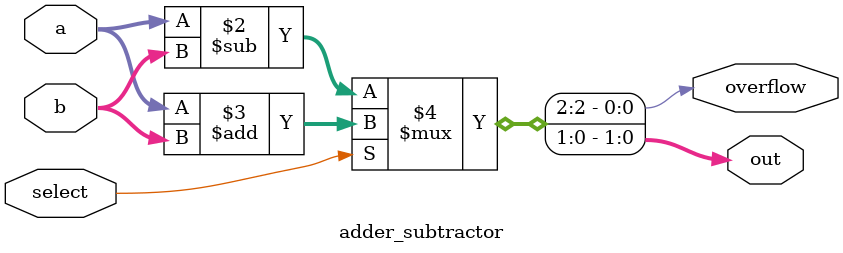
<source format=v>
module adder_subtractor(a, b, select, out, overflow);

    input [1:0] a, b;
    input select;
    output [1:0]out;
    output overflow;

    assign {overflow, out} = (select==1'b0)?a-b:a+b;

endmodule
</source>
